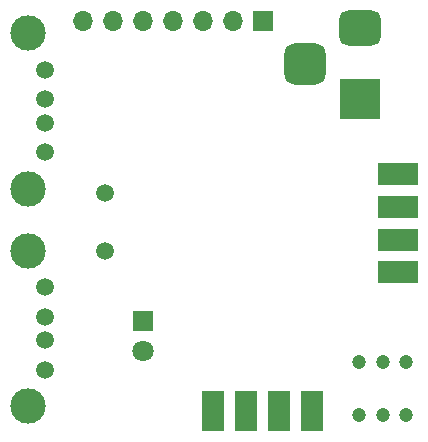
<source format=gbs>
G04 #@! TF.GenerationSoftware,KiCad,Pcbnew,6.0.8-f2edbf62ab~116~ubuntu22.04.1*
G04 #@! TF.CreationDate,2022-10-13T12:47:22+02:00*
G04 #@! TF.ProjectId,Dual USB Controller adapter CPC,4475616c-2055-4534-9220-436f6e74726f,0.2*
G04 #@! TF.SameCoordinates,Original*
G04 #@! TF.FileFunction,Soldermask,Bot*
G04 #@! TF.FilePolarity,Negative*
%FSLAX46Y46*%
G04 Gerber Fmt 4.6, Leading zero omitted, Abs format (unit mm)*
G04 Created by KiCad (PCBNEW 6.0.8-f2edbf62ab~116~ubuntu22.04.1) date 2022-10-13 12:47:22*
%MOMM*%
%LPD*%
G01*
G04 APERTURE LIST*
G04 Aperture macros list*
%AMRoundRect*
0 Rectangle with rounded corners*
0 $1 Rounding radius*
0 $2 $3 $4 $5 $6 $7 $8 $9 X,Y pos of 4 corners*
0 Add a 4 corners polygon primitive as box body*
4,1,4,$2,$3,$4,$5,$6,$7,$8,$9,$2,$3,0*
0 Add four circle primitives for the rounded corners*
1,1,$1+$1,$2,$3*
1,1,$1+$1,$4,$5*
1,1,$1+$1,$6,$7*
1,1,$1+$1,$8,$9*
0 Add four rect primitives between the rounded corners*
20,1,$1+$1,$2,$3,$4,$5,0*
20,1,$1+$1,$4,$5,$6,$7,0*
20,1,$1+$1,$6,$7,$8,$9,0*
20,1,$1+$1,$8,$9,$2,$3,0*%
G04 Aperture macros list end*
%ADD10R,3.480000X1.846667*%
%ADD11R,1.846667X3.480000*%
%ADD12R,1.800000X1.800000*%
%ADD13C,1.800000*%
%ADD14C,1.200000*%
%ADD15C,1.500000*%
%ADD16R,1.700000X1.700000*%
%ADD17O,1.700000X1.700000*%
%ADD18R,3.500000X3.500000*%
%ADD19RoundRect,0.750000X-1.000000X0.750000X-1.000000X-0.750000X1.000000X-0.750000X1.000000X0.750000X0*%
%ADD20RoundRect,0.875000X-0.875000X0.875000X-0.875000X-0.875000X0.875000X-0.875000X0.875000X0.875000X0*%
%ADD21C,3.000000*%
G04 APERTURE END LIST*
D10*
X197485000Y-77125000D03*
X197485000Y-79895000D03*
X197485000Y-82665000D03*
X197485000Y-85435000D03*
D11*
X181900000Y-97155000D03*
X184670000Y-97155000D03*
X187440000Y-97155000D03*
X190210000Y-97155000D03*
D12*
X175895000Y-89535000D03*
D13*
X175895000Y-92075000D03*
D14*
X198215000Y-93000000D03*
X196215000Y-93000000D03*
X194215000Y-93000000D03*
X198215000Y-97500000D03*
X196215000Y-97500000D03*
X194215000Y-97500000D03*
D15*
X172720000Y-78740000D03*
X172720000Y-83620000D03*
D16*
X186055000Y-64135000D03*
D17*
X183515000Y-64135000D03*
X180975000Y-64135000D03*
X178435000Y-64135000D03*
X175895000Y-64135000D03*
X173355000Y-64135000D03*
X170815000Y-64135000D03*
D18*
X194310000Y-70770000D03*
D19*
X194310000Y-64770000D03*
D20*
X189610000Y-67770000D03*
D15*
X167640000Y-75255000D03*
X167640000Y-72755000D03*
X167640000Y-70755000D03*
X167640000Y-68255000D03*
D21*
X166190000Y-78325000D03*
X166190000Y-65185000D03*
D15*
X167640000Y-93670000D03*
X167640000Y-91170000D03*
X167640000Y-89170000D03*
X167640000Y-86670000D03*
D21*
X166190000Y-96740000D03*
X166190000Y-83600000D03*
M02*

</source>
